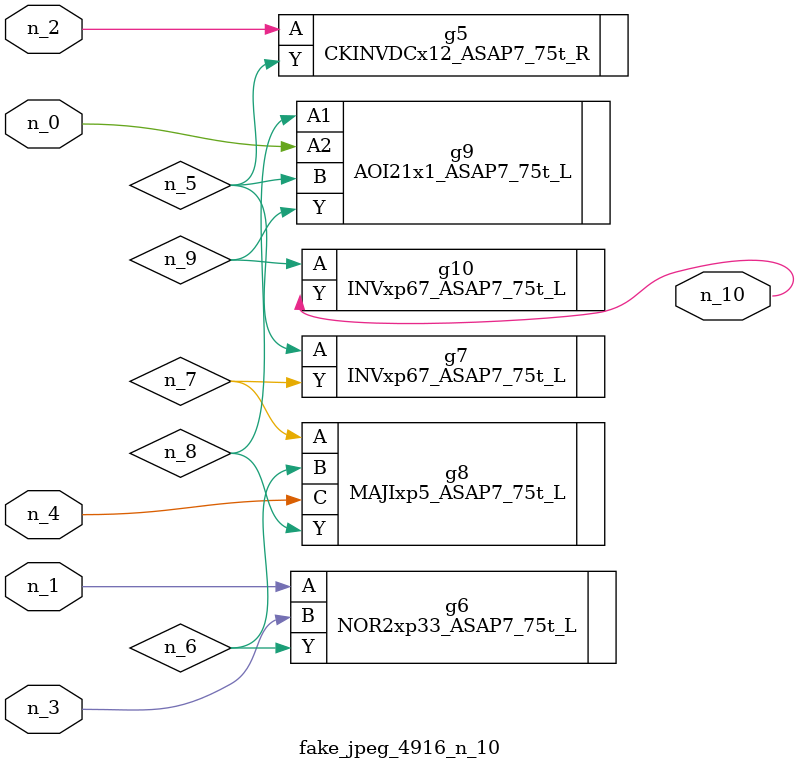
<source format=v>
module fake_jpeg_4916_n_10 (n_3, n_2, n_1, n_0, n_4, n_10);

input n_3;
input n_2;
input n_1;
input n_0;
input n_4;

output n_10;

wire n_8;
wire n_9;
wire n_6;
wire n_5;
wire n_7;

CKINVDCx12_ASAP7_75t_R g5 ( 
.A(n_2),
.Y(n_5)
);

NOR2xp33_ASAP7_75t_L g6 ( 
.A(n_1),
.B(n_3),
.Y(n_6)
);

INVxp67_ASAP7_75t_L g7 ( 
.A(n_5),
.Y(n_7)
);

MAJIxp5_ASAP7_75t_L g8 ( 
.A(n_7),
.B(n_6),
.C(n_4),
.Y(n_8)
);

AOI21x1_ASAP7_75t_L g9 ( 
.A1(n_8),
.A2(n_0),
.B(n_5),
.Y(n_9)
);

INVxp67_ASAP7_75t_L g10 ( 
.A(n_9),
.Y(n_10)
);


endmodule
</source>
